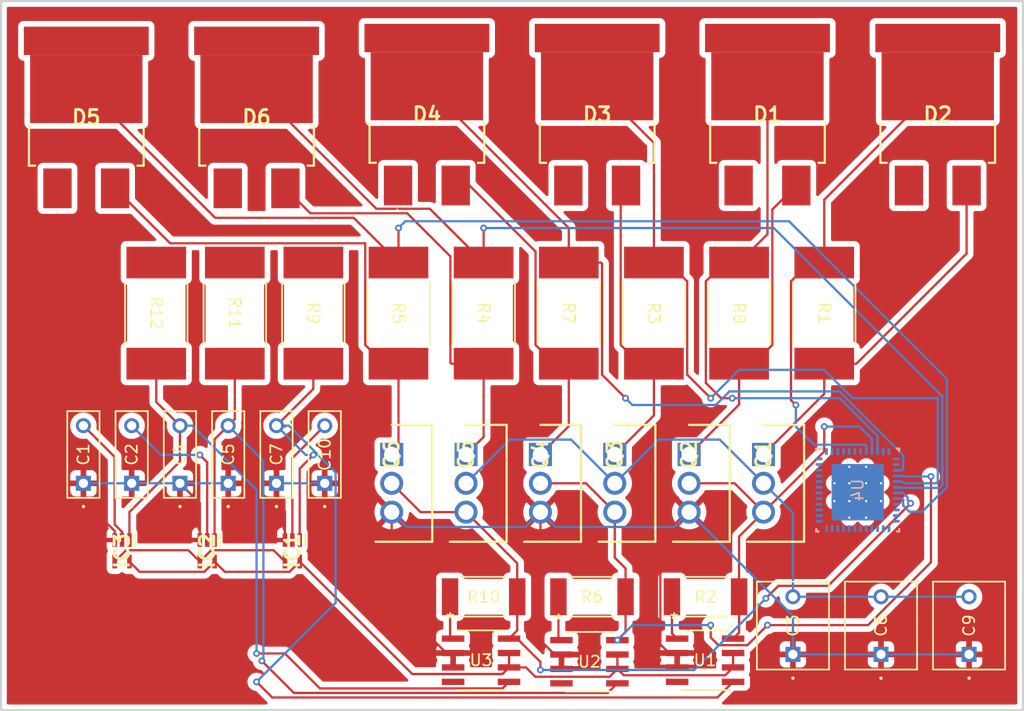
<source format=kicad_pcb>
(kicad_pcb (version 20240108) (generator "pcbnew") (generator_version "8.0")
  (layers (0 "F.Cu" signal) (31 "B.Cu" signal) (34 "B.Paste" user) (35 "F.Paste" user) (36 "B.SilkS" user "B.Silkscreen") (37 "F.SilkS" user "F.Silkscreen") (38 "B.Mask" user) (39 "F.Mask" user) (44 "Edge.Cuts" user))
  (net 0 "")
  (net 1 "Net-(IC3-B)")
  (net 2 "GND")
  (net 3 "Net-(IC2-B)")
  (net 4 "/ATV Motor Driver/Supply")
  (net 5 "Net-(IC1-B)")
  (net 7 "/ATV Motor Driver/GL_A")
  (net 8 "Net-(D1-A)")
  (net 11 "/ATV Motor Driver/GH_A")
  (net 13 "Net-(D2-A)")
  (net 15 "/ATV Motor Driver/GH_B")
  (net 16 "Net-(D3-A)")
  (net 20 "Net-(D4-A)")
  (net 21 "/ATV Motor Driver/GL_B")
  (net 24 "Net-(D5-A)")
  (net 25 "/ATV Motor Driver/GL_C")
  (net 28 "/ATV Motor Driver/GH_C")
  (net 29 "Net-(D6-A)")
  (net 30 "/ATV Motor Driver/VCC")
  (net 31 "/ATV Motor Driver/CURRENT_FILTER")
  (net 32 "/ATV Motor Driver/SH_A")
  (net 33 "/ATV Motor Driver/SH_B")
  (net 34 "/ATV Motor Driver/SH_C")
  (net 35 "/ATV Motor Driver/CURRENT_A")
  (net 36 "/ATV Motor Driver/PH_A")
  (net 37 "/ATV Motor Driver/CURRENT_B")
  (net 38 "/ATV Motor Driver/PH_B")
  (net 39 "/ATV Motor Driver/CURRENT_C")
  (net 40 "/ATV Motor Driver/PH_C")
  (net 41 "/ATV Motor Driver/SW1")
  (net 44 "/ATV Motor Driver/SW2")
  (net 45 "/ATV Motor Driver/SW3")
  (net 47 "/DRV8350rhrgzr/INHA")
  (net 51 "/DRV8350rhrgzr/INHB")
  (net 54 "/DRV8350rhrgzr/INLA")
  (net 55 "/DRV8350rhrgzr/INHC")
  (net 56 "/DRV8350rhrgzr/INLB")
  (net 77 "/DRV8350rhrgzr/INLC")
  (net 83 "Net-(U1-VREF1)")
  (net 84 "Net-(U2-VREF1)")
  (net 85 "Net-(U3-VREF1)")
  (footprint "ATV_Footprint:CAP_R82E-7P4X2P6-5P0_KEM" (layer "F.Cu") (at 71.4976 77.5 90)
    (property "Reference" "C2")
    (property "Value" "R82EC2150AA50K")
  )
  (footprint "ATV_Footprint:RES_3550_TEC" (layer "F.Cu") (at 110 62.5 -90)
    (property "Reference" "R7")
    (property "Value" "35501K0JT")
  )
  (footprint "ATV_Footprint:CAP_R82E-7P4X2P6-5P0_KEM" (layer "F.Cu") (at 84.2512 77.5 90)
    (property "Reference" "C7")
    (property "Value" "R82EC1100AA50J")
  )
  (footprint "ATV_Footprint:SOT65P210X110-5N" (layer "F.Cu") (at 78.15 83.45 -90)
    (property "Reference" "IC2")
    (property "Value" "SN74LVC1G66DCKR" (hide yes))
  )
  (footprint "ATV_Footprint:TO254P500X1010X2050-3P" (layer "F.Cu") (at 100.95 74.96 -90)
    (property "Reference" "Q5")
    (property "Value" "R6020ENXC7G" (hide yes))
  )
  (footprint "ATV_Footprint:CAP_R82E-7P4X2P6-5P0_KEM" (layer "F.Cu") (at 75.7488 77.5 90)
    (property "Reference" "C4")
    (property "Value" "R82EC1100AA50J")
  )
  (footprint "ATV_Footprint:SOT65P210X110-5N" (layer "F.Cu") (at 85.65 83.45 -90)
    (property "Reference" "IC1")
    (property "Value" "SN74LVC1G66DCKR" (hide yes))
  )
  (footprint "ATV_Footprint:YQ30NL10SEFHTL" (layer "F.Cu") (at 142.5 44.75)
    (property "Reference" "D2")
    (property "Value" "YQ20NL10SDTL" (hide yes))
  )
  (footprint "ATV_Footprint:CAP_R82E-7P5X6P1-5P0_KEM" (layer "F.Cu") (at 137.5 92.58 90)
    (property "Reference" "C6")
    (property "Value" "R82EC4100DQ70J")
  )
  (footprint "ATV_Footprint:RES_3550_TEC" (layer "F.Cu") (at 80.5818 62.5 -90)
    (property "Reference" "R11")
    (property "Value" "35501K0JT")
  )
  (footprint "ATV_Footprint:RES_VMS-R500-1.0-U_IAT" (layer "F.Cu") (at 112.0433 87.5)
    (property "Reference" "R6")
    (property "Value" "VMS-R500-1.0-U")
  )
  (footprint "ATV_Footprint:RES_3550_TEC" (layer "F.Cu") (at 95 62.5 -90)
    (property "Reference" "R5")
    (property "Value" "35501K0JT")
  )
  (footprint "ATV_Footprint:CAP_R82E-7P5X6P1-5P0_KEM" (layer "F.Cu") (at 129.7436 92.58 90)
    (property "Reference" "C3")
    (property "Value" "R82EC4100DQ70J")
  )
  (footprint "ATV_Footprint:TO254P500X1010X2050-3P" (layer "F.Cu") (at 107.5 74.96 -90)
    (property "Reference" "Q4")
    (property "Value" "R6020ENXC7G" (hide yes))
  )
  (footprint "ATV_Footprint:CAP_R82E-7P4X2P6-5P0_KEM" (layer "F.Cu") (at 80 77.5 90)
    (property "Reference" "C5")
    (property "Value" "R82EC1100AA50J")
  )
  (footprint "ATV_Footprint:YQ30NL10SEFHTL" (layer "F.Cu") (at 82.5 45)
    (property "Reference" "D6")
    (property "Value" "YQ20NL10SDTL" (hide yes))
  )
  (footprint "ATV_Footprint:RES_3550_TEC" (layer "F.Cu") (at 125 62.5 -90)
    (property "Reference" "R8")
    (property "Value" "35501K0JT")
  )
  (footprint "ATV_Footprint:TO254P500X1010X2050-3P" (layer "F.Cu") (at 94.4 74.96 -90)
    (property "Reference" "Q6")
    (property "Value" "R6020ENXC7G" (hide yes))
  )
  (footprint "ATV_Footprint:YQ30NL10SEFHTL" (layer "F.Cu") (at 112.5 44.75)
    (property "Reference" "D3")
    (property "Value" "YQ20NL10SDTL" (hide yes))
  )
  (footprint "ATV_Footprint:RES_VMS-R500-1.0-U_IAT" (layer "F.Cu") (at 122.0433 87.5)
    (property "Reference" "R2")
    (property "Value" "VMS-R500-1.0-U")
  )
  (footprint "ATV_Footprint:CAP_R82E-7P4X2P6-5P0_KEM" (layer "F.Cu") (at 67.2464 77.5 90)
    (property "Reference" "C1")
    (property "Value" "R82EC2150AA50K")
  )
  (footprint "ATV_Footprint:R_8_ADI" (layer "F.Cu") (at 111.8171 93.2273)
    (property "Reference" "U2")
    (property "Value" "AD8418WBRZ")
  )
  (footprint "ATV_Footprint:CAP_R82E-7P5X6P1-5P0_KEM" (layer "F.Cu") (at 145.2564 92.58 90)
    (property "Reference" "C9")
    (property "Value" "R82EC4100DQ70J")
  )
  (footprint "ATV_Footprint:TO254P500X1010X2050-3P" (layer "F.Cu") (at 114.05 74.96 -90)
    (property "Reference" "Q3")
    (property "Value" "R6020ENXC7G" (hide yes))
  )
  (footprint "ATV_Footprint:SOT65P210X110-5N" (layer "F.Cu") (at 70.65 83.45 -90)
    (property "Reference" "IC3")
    (property "Value" "SN74LVC1G66DCKR" (hide yes))
  )
  (footprint "ATV_Footprint:YQ30NL10SEFHTL" (layer "F.Cu") (at 97.5 44.75)
    (property "Reference" "D4")
    (property "Value" "YQ20NL10SDTL" (hide yes))
  )
  (footprint "ATV_Footprint:RES_3550_TEC" (layer "F.Cu") (at 87.5 62.5 -90)
    (property "Reference" "R9")
    (property "Value" "35501K0JT")
  )
  (footprint "ATV_Footprint:RES_3550_TEC" (layer "F.Cu") (at 73.6636 62.5 -90)
    (property "Reference" "R12")
    (property "Value" "35501K0JT")
  )
  (footprint "ATV_Footprint:CAP_R82E-7P4X2P6-5P0_KEM" (layer "F.Cu") (at 88.5024 77.5 90)
    (property "Reference" "C10")
    (property "Value" "R82EC2150AA50K")
  )
  (footprint "ATV_Footprint:RES_3550_TEC" (layer "F.Cu") (at 132.5 62.5 -90)
    (property "Reference" "R1")
    (property "Value" "35501K0JT")
  )
  (footprint "ATV_Footprint:YQ30NL10SEFHTL" (layer "F.Cu") (at 127.5 44.75)
    (property "Reference" "D1")
    (property "Value" "YQ20NL10SDTL" (hide yes))
  )
  (footprint "ATV_Footprint:RES_3550_TEC" (layer "F.Cu") (at 102.5 62.5 -90)
    (property "Reference" "R4")
    (property "Value" "35501K0JT")
  )
  (footprint "ATV_Footprint:R_8_ADI" (layer "F.Cu") (at 102.2738 93.095)
    (property "Reference" "U3")
    (property "Value" "AD8418WBRZ")
  )
  (footprint "ATV_Footprint:RES_VMS-R500-1.0-U_IAT" (layer "F.Cu") (at 102.5 87.5)
    (property "Reference" "R10")
    (property "Value" "VMS-R500-1.0-U")
  )
  (footprint "ATV_Footprint:TO254P500X1010X2050-3P" (layer "F.Cu") (at 120.6 74.96 -90)
    (property "Reference" "Q2")
    (property "Value" "R6020ENXC7G" (hide yes))
  )
  (footprint "ATV_Footprint:TO254P500X1010X2050-3P" (layer "F.Cu") (at 127.15 74.96 -90)
    (property "Reference" "Q1")
    (property "Value" "R6020ENXC7G" (hide yes))
  )
  (footprint "ATV_Footprint:R_8_ADI" (layer "F.Cu") (at 122.0071 93.095)
    (property "Reference" "U1")
    (property "Value" "AD8418WBRZ")
  )
  (footprint "ATV_Footprint:RES_3550_TEC" (layer "F.Cu") (at 117.5 62.5 -90)
    (property "Reference" "R3")
    (property "Value" "35501K0JT")
  )
  (footprint "ATV_Footprint:YQ30NL10SEFHTL" (layer "F.Cu") (at 67.5 45)
    (property "Reference" "D5")
    (property "Value" "YQ20NL10SDTL" (hide yes))
  )
  (footprint "ATV_Footprint:RGZ0048L" (layer "B.Cu") (at 135.449999 78.096999 -90)
    (property "Reference" "U4")
    (property "Value" "DRV8350RHRGZR")
  )
  (gr_rect (start 60 35) (end 150 97.5) (stroke (width 0.2)) (fill none) (layer "Edge.Cuts"))
  (segment (start 70 81.134314) (end 70 75.1736) (width 0.2) (layer "F.Cu") (net 1))
  (segment (start 70.65 82.5) (end 70.65 81.784314) (width 0.2) (layer "F.Cu") (net 1))
  (segment (start 70.65 81.784314) (end 70 81.134314) (width 0.2) (layer "F.Cu") (net 1))
  (segment (start 70 75.1736) (end 67.2464 72.42) (width 0.2) (layer "F.Cu") (net 1))
  (segment (start 118.0627 82.5773) (end 118.0627 91.6906) (width 0.2) (layer "F.Cu") (net 2))
  (segment (start 70 81.7) (end 67.2464 78.9464) (width 0.2) (layer "F.Cu") (net 2))
  (segment (start 107.5 80.04) (end 107.5 91.339) (width 0.2) (layer "F.Cu") (net 2))
  (segment (start 119.5433 92.46) (end 119.5433 93.73) (width 0.2) (layer "F.Cu") (net 2))
  (segment (start 94.4 80.04) (end 94.4 87.65) (width 0.2) (layer "F.Cu") (net 2))
  (segment (start 84.2512 79.2512) (end 84.2512 77.5) (width 0.2) (layer "F.Cu") (net 2))
  (segment (start 118.0627 91.6906) (end 118.8321 92.46) (width 0.2) (layer "F.Cu") (net 2))
  (segment (start 70 82.5) (end 70 81.7) (width 0.2) (layer "F.Cu") (net 2))
  (segment (start 77.5 82.5) (end 77.5 79.2512) (width 0.2) (layer "F.Cu") (net 2))
  (segment (start 94.4 87.65) (end 99.21 92.46) (width 0.2) (layer "F.Cu") (net 2))
  (segment (start 67.2464 78.9464) (end 67.2464 77.5) (width 0.2) (layer "F.Cu") (net 2))
  (segment (start 85 82.5) (end 85 80) (width 0.2) (layer "F.Cu") (net 2))
  (segment (start 99.21 92.46) (end 99.81 92.46) (width 0.2) (layer "F.Cu") (net 2))
  (segment (start 118.8321 92.46) (end 119.5433 92.46) (width 0.2) (layer "F.Cu") (net 2))
  (segment (start 109.3533 92.5923) (end 109.3533 93.8623) (width 0.2) (layer "F.Cu") (net 2))
  (segment (start 91.86 77.5) (end 94.4 80.04) (width 0.2) (layer "F.Cu") (net 2))
  (segment (start 77.5 79.2512) (end 75.7488 77.5) (width 0.2) (layer "F.Cu") (net 2))
  (segment (start 84.2512 77.5) (end 80 77.5) (width 0.2) (layer "F.Cu") (net 2))
  (segment (start 108.7533 92.5923) (end 109.3533 92.5923) (width 0.2) (layer "F.Cu") (net 2))
  (segment (start 99.81 92.46) (end 99.81 93.73) (width 0.2) (layer "F.Cu") (net 2))
  (segment (start 88.5024 77.5) (end 91.86 77.5) (width 0.2) (layer "F.Cu") (net 2))
  (segment (start 85 80) (end 84.2512 79.2512) (width 0.2) (layer "F.Cu") (net 2))
  (segment (start 120.6 80.04) (end 118.0627 82.5773) (width 0.2) (layer "F.Cu") (net 2))
  (segment (start 107.5 91.339) (end 108.7533 92.5923) (width 0.2) (layer "F.Cu") (net 2))
  (segment (start 106.1875 81.3525) (end 107.5 80.04) (width 0.2) (layer "B.Cu") (net 2))
  (segment (start 129.7436 92.58) (end 129.7436 89.1836) (width 0.2) (layer "B.Cu") (net 2))
  (segment (start 75.7488 77.5) (end 71.4976 77.5) (width 0.2) (layer "B.Cu") (net 2))
  (segment (start 88.5024 77.5) (end 84.2512 77.5) (width 0.2) (layer "B.Cu") (net 2))
  (segment (start 95.7125 81.3525) (end 106.1875 81.3525) (width 0.2) (layer "B.Cu") (net 2))
  (segment (start 137.5 92.58) (end 145.2564 92.58) (width 0.2) (layer "B.Cu") (net 2))
  (segment (start 107.5 80.04) (end 108.8125 81.3525) (width 0.2) (layer "B.Cu") (net 2))
  (segment (start 129.7436 89.1836) (end 120.6 80.04) (width 0.2) (layer "B.Cu") (net 2))
  (segment (start 108.8125 81.3525) (end 119.2875 81.3525) (width 0.2) (layer "B.Cu") (net 2))
  (segment (start 75.7488 77.5) (end 80 77.5) (width 0.2) (layer "B.Cu") (net 2))
  (segment (start 129.7436 92.58) (end 137.5 92.58) (width 0.2) (layer "B.Cu") (net 2))
  (segment (start 119.2875 81.3525) (end 120.6 80.04) (width 0.2) (layer "B.Cu") (net 2))
  (segment (start 94.4 80.04) (end 95.7125 81.3525) (width 0.2) (layer "B.Cu") (net 2))
  (segment (start 67.2464 77.5) (end 71.4976 77.5) (width 0.2) (layer "B.Cu") (net 2))
  (segment (start 78.15 82.5) (end 78.15 75.65) (width 0.2) (layer "F.Cu") (net 3))
  (segment (start 78.15 75.65) (end 77.5 75) (width 0.2) (layer "F.Cu") (net 3))
  (via (at 77.5 75) (size 0.6) (drill 0.3) (layers "F.Cu" "B.Cu") (net 3))
  (segment (start 74.0776 75) (end 71.4976 72.42) (width 0.2) (layer "B.Cu") (net 3))
  (segment (start 77.5 75) (end 74.0776 75) (width 0.2) (layer "B.Cu") (net 3))
  (segment (start 129.7436 80.0936) (end 127.15 77.5) (width 0.2) (layer "B.Cu") (net 4))
  (segment (start 110.1975 73.6475) (end 104.8025 73.6475) (width 0.2) (layer "B.Cu") (net 4))
  (segment (start 137.5 87.5) (end 145.2564 87.5) (width 0.2) (layer "B.Cu") (net 4))
  (segment (start 104.8025 73.6475) (end 100.95 77.5) (width 0.2) (layer "B.Cu") (net 4))
  (segment (start 137.5 87.5) (end 129.7436 87.5) (width 0.2) (layer "B.Cu") (net 4))
  (segment (start 117.9025 73.6475) (end 114.05 77.5) (width 0.2) (layer "B.Cu") (net 4))
  (segment (start 129.7436 87.5) (end 129.7436 80.0936) (width 0.2) (layer "B.Cu") (net 4))
  (segment (start 123.2975 73.6475) (end 117.9025 73.6475) (width 0.2) (layer "B.Cu") (net 4))
  (segment (start 127.15 77.5) (end 123.2975 73.6475) (width 0.2) (layer "B.Cu") (net 4))
  (segment (start 114.05 77.5) (end 110.1975 73.6475) (width 0.2) (layer "B.Cu") (net 4))
  (segment (start 85.65 75.2724) (end 88.5024 72.42) (width 0.2) (layer "F.Cu") (net 5))
  (segment (start 85.65 82.5) (end 85.65 75.2724) (width 0.2) (layer "F.Cu") (net 5))
  (segment (start 122.0711 68.6547) (end 123.4164 70) (width 0.2) (layer "F.Cu") (net 7))
  (segment (start 125 58.0423) (end 123.728278 58.0423) (width 0.2) (layer "F.Cu") (net 7))
  (segment (start 122.0711 59.699478) (end 122.0711 68.6547) (width 0.2) (layer "F.Cu") (net 7))
  (segment (start 123.728278 58.0423) (end 122.0711 59.699478) (width 0.2) (layer "F.Cu") (net 7))
  (segment (start 127.5 55.5423) (end 125 58.0423) (width 0.2) (layer "F.Cu") (net 7))
  (segment (start 123.4164 70) (end 124.4 70) (width 0.2) (layer "F.Cu") (net 7))
  (segment (start 127.5 42.5) (end 127.5 55.5423) (width 0.2) (layer "F.Cu") (net 7))
  (via (at 124.4 70) (size 0.6) (drill 0.3) (layers "F.Cu" "B.Cu") (net 7))
  (segment (start 137.200001 73.331372) (end 137.200001 74.696998) (width 0.2) (layer "B.Cu") (net 7))
  (segment (start 124.4 70) (end 133.868629 70) (width 0.2) (layer "B.Cu") (net 7))
  (segment (start 133.868629 70) (end 137.200001 73.331372) (width 0.2) (layer "B.Cu") (net 7))
  (segment (start 125 66.9577) (end 126.271722 66.9577) (width 0.2) (layer "F.Cu") (net 8))
  (segment (start 127.9289 65.300522) (end 127.9289 53.3611) (width 0.2) (layer "F.Cu") (net 8))
  (segment (start 125 70.56) (end 120.6 74.96) (width 0.2) (layer "F.Cu") (net 8))
  (segment (start 125 66.9577) (end 125 70.56) (width 0.2) (layer "F.Cu") (net 8))
  (segment (start 126.271722 66.9577) (end 127.9289 65.300522) (width 0.2) (layer "F.Cu") (net 8))
  (segment (start 127.9289 53.3611) (end 130.04 51.25) (width 0.2) (layer "F.Cu") (net 8))
  (segment (start 130 70.6) (end 129.5711 70.1711) (width 0.2) (layer "F.Cu") (net 11))
  (segment (start 142.5 42.5) (end 132.5 52.5) (width 0.2) (layer "F.Cu") (net 11))
  (segment (start 129.5711 70.1711) (end 129.5711 59.699478) (width 0.2) (layer "F.Cu") (net 11))
  (segment (start 129.5711 59.699478) (end 131.228278 58.0423) (width 0.2) (layer "F.Cu") (net 11))
  (segment (start 132.5 52.5) (end 132.5 58.0423) (width 0.2) (layer "F.Cu") (net 11))
  (segment (start 131.228278 58.0423) (end 132.5 58.0423) (width 0.2) (layer "F.Cu") (net 11))
  (via (at 130 70.6) (size 0.6) (drill 0.3) (layers "F.Cu" "B.Cu") (net 11))
  (segment (start 130 72.5) (end 130 70.6) (width 0.2) (layer "B.Cu") (net 11))
  (segment (start 136.2 74.696998) (end 136.2 74.177) (width 0.2) (layer "B.Cu") (net 11))
  (segment (start 136.119999 74.096999) (end 131.596999 74.096999) (width 0.2) (layer "B.Cu") (net 11))
  (segment (start 136.2 74.177) (end 136.119999 74.096999) (width 0.2) (layer "B.Cu") (net 11))
  (segment (start 131.596999 74.096999) (end 130 72.5) (width 0.2) (layer "B.Cu") (net 11))
  (segment (start 132.5 66.9577) (end 132.5 69.61) (width 0.2) (layer "F.Cu") (net 13))
  (segment (start 135.3289 66.9577) (end 132.5 66.9577) (width 0.2) (layer "F.Cu") (net 13))
  (segment (start 145.04 51.25) (end 145.04 57.2466) (width 0.2) (layer "F.Cu") (net 13))
  (segment (start 145.04 57.2466) (end 135.3289 66.9577) (width 0.2) (layer "F.Cu") (net 13))
  (segment (start 132.5 69.61) (end 127.15 74.96) (width 0.2) (layer "F.Cu") (net 13))
  (segment (start 117.5 47.5) (end 112.5 42.5) (width 0.2) (layer "F.Cu") (net 15))
  (segment (start 120.4289 67.9289) (end 122.5 70) (width 0.2) (layer "F.Cu") (net 15))
  (segment (start 120.4289 59.699478) (end 120.4289 67.9289) (width 0.2) (layer "F.Cu") (net 15))
  (segment (start 117.5 58.0423) (end 118.771722 58.0423) (width 0.2) (layer "F.Cu") (net 15))
  (segment (start 118.771722 58.0423) (end 120.4289 59.699478) (width 0.2) (layer "F.Cu") (net 15))
  (segment (start 117.5 58.0423) (end 117.5 47.5) (width 0.2) (layer "F.Cu") (net 15))
  (via (at 122.5 70) (size 0.6) (drill 0.3) (layers "F.Cu" "B.Cu") (net 15))
  (segment (start 142.5 70) (end 142.5 77.5) (width 0.2) (layer "B.Cu") (net 15))
  (segment (start 125 67.5) (end 132.5 67.5) (width 0.2) (layer "B.Cu") (net 15))
  (segment (start 139.522996 77.5) (end 139.369997 77.347001) (width 0.2) (layer "B.Cu") (net 15))
  (segment (start 122.5 70) (end 125 67.5) (width 0.2) (layer "B.Cu") (net 15))
  (segment (start 135 70) (end 142.5 70) (width 0.2) (layer "B.Cu") (net 15))
  (segment (start 139.369997 77.347001) (end 138.85 77.347001) (width 0.2) (layer "B.Cu") (net 15))
  (segment (start 142.5 77.5) (end 139.522996 77.5) (width 0.2) (layer "B.Cu") (net 15))
  (segment (start 132.5 67.5) (end 135 70) (width 0.2) (layer "B.Cu") (net 15))
  (segment (start 115.04 51.25) (end 114.5711 51.7189) (width 0.2) (layer "F.Cu") (net 16))
  (segment (start 117.5 66.9577) (end 117.5 71.51) (width 0.2) (layer "F.Cu") (net 16))
  (segment (start 116.228278 66.9577) (end 117.5 66.9577) (width 0.2) (layer "F.Cu") (net 16))
  (segment (start 114.5711 51.7189) (end 114.5711 65.300522) (width 0.2) (layer "F.Cu") (net 16))
  (segment (start 117.5 71.51) (end 114.05 74.96) (width 0.2) (layer "F.Cu") (net 16))
  (segment (start 114.5711 65.300522) (end 116.228278 66.9577) (width 0.2) (layer "F.Cu") (net 16))
  (segment (start 110 72.46) (end 107.5 74.96) (width 0.2) (layer "F.Cu") (net 20))
  (segment (start 110 66.9577) (end 108.728278 66.9577) (width 0.2) (layer "F.Cu") (net 20))
  (segment (start 107.0711 57.0711) (end 101.25 51.25) (width 0.2) (layer "F.Cu") (net 20))
  (segment (start 108.728278 66.9577) (end 107.0711 65.300522) (width 0.2) (layer "F.Cu") (net 20))
  (segment (start 110 66.9577) (end 110 72.46) (width 0.2) (layer "F.Cu") (net 20))
  (segment (start 107.0711 65.300522) (end 107.0711 57.0711) (width 0.2) (layer "F.Cu") (net 20))
  (segment (start 101.25 51.25) (end 100.04 51.25) (width 0.2) (layer "F.Cu") (net 20))
  (segment (start 110 55) (end 110 58.0423) (width 0.2) (layer "F.Cu") (net 21))
  (segment (start 112.8289 58.0423) (end 110 58.0423) (width 0.2) (layer "F.Cu") (net 21))
  (segment (start 112.9289 67.9289) (end 112.9289 58.1423) (width 0.2) (layer "F.Cu") (net 21))
  (segment (start 115 70) (end 112.9289 67.9289) (width 0.2) (layer "F.Cu") (net 21))
  (segment (start 112.9289 58.1423) (end 112.8289 58.0423) (width 0.2) (layer "F.Cu") (net 21))
  (segment (start 97.5 42.5) (end 110 55) (width 0.2) (layer "F.Cu") (net 21))
  (via (at 115 70) (size 0.6) (drill 0.3) (layers "F.Cu" "B.Cu") (net 21))
  (segment (start 124.151471 69.4) (end 122.951471 70.6) (width 0.2) (layer "B.Cu") (net 21))
  (segment (start 133.834315 69.4) (end 124.151471 69.4) (width 0.2) (layer "B.Cu") (net 21))
  (segment (start 115.6 70.6) (end 115 70) (width 0.2) (layer "B.Cu") (net 21))
  (segment (start 122.951471 70.6) (end 115.6 70.6) (width 0.2) (layer "B.Cu") (net 21))
  (segment (start 139.449999 76.266998) (end 139.449999 75.015684) (width 0.2) (layer "B.Cu") (net 21))
  (segment (start 138.85 76.347) (end 139.369997 76.347) (width 0.2) (layer "B.Cu") (net 21))
  (segment (start 139.369997 76.347) (end 139.449999 76.266998) (width 0.2) (layer "B.Cu") (net 21))
  (segment (start 139.449999 75.015684) (end 133.834315 69.4) (width 0.2) (layer "B.Cu") (net 21))
  (segment (start 95 74.36) (end 94.4 74.96) (width 0.2) (layer "F.Cu") (net 24))
  (segment (start 95 66.9577) (end 95 74.36) (width 0.2) (layer "F.Cu") (net 24))
  (segment (start 92.0711 56.3453) (end 92.0711 65.300522) (width 0.2) (layer "F.Cu") (net 24))
  (segment (start 74.8853 56.3453) (end 92.0711 56.3453) (width 0.2) (layer "F.Cu") (net 24))
  (segment (start 92.0711 65.300522) (end 93.728278 66.9577) (width 0.2) (layer "F.Cu") (net 24))
  (segment (start 70.04 51.5) (end 74.8853 56.3453) (width 0.2) (layer "F.Cu") (net 24))
  (segment (start 93.728278 66.9577) (end 95 66.9577) (width 0.2) (layer "F.Cu") (net 24))
  (segment (start 91.0577 54.1) (end 78.85 54.1) (width 0.2) (layer "F.Cu") (net 25))
  (segment (start 95 58.0423) (end 95 55) (width 0.2) (layer "F.Cu") (net 25))
  (segment (start 95 58.0423) (end 91.0577 54.1) (width 0.2) (layer "F.Cu") (net 25))
  (segment (start 78.85 54.1) (end 67.5 42.75) (width 0.2) (layer "F.Cu") (net 25))
  (via (at 95 55) (size 0.6) (drill 0.3) (layers "F.Cu" "B.Cu") (net 25))
  (segment (start 143.3 68.3) (end 143.3 77.831371) (width 0.2) (layer "B.Cu") (net 25))
  (segment (start 95 55) (end 95.6 54.4) (width 0.2) (layer "B.Cu") (net 25))
  (segment (start 143.3 77.831371) (end 141.131371 80) (width 0.2) (layer "B.Cu") (net 25))
  (segment (start 141.131371 80) (end 140 80) (width 0.2) (layer "B.Cu") (net 25))
  (segment (start 140 80) (end 139.449999 79.449999) (width 0.2) (layer "B.Cu") (net 25))
  (segment (start 139.37 78.847) (end 138.85 78.847) (width 0.2) (layer "B.Cu") (net 25))
  (segment (start 129.4 54.4) (end 143.3 68.3) (width 0.2) (layer "B.Cu") (net 25))
  (segment (start 95.6 54.4) (end 129.4 54.4) (width 0.2) (layer "B.Cu") (net 25))
  (segment (start 139.449999 78.926999) (end 139.37 78.847) (width 0.2) (layer "B.Cu") (net 25))
  (segment (start 139.449999 79.449999) (end 139.449999 78.926999) (width 0.2) (layer "B.Cu") (net 25))
  (segment (start 97.7577 53.3) (end 93.05 53.3) (width 0.2) (layer "F.Cu") (net 28))
  (segment (start 102.5 58.0423) (end 97.7577 53.3) (width 0.2) (layer "F.Cu") (net 28))
  (segment (start 102.5 58.0423) (end 102.5 55) (width 0.2) (layer "F.Cu") (net 28))
  (segment (start 93.05 53.3) (end 82.5 42.75) (width 0.2) (layer "F.Cu") (net 28))
  (via (at 102.5 55) (size 0.6) (drill 0.3) (layers "F.Cu" "B.Cu") (net 28))
  (segment (start 142.9 69.834315) (end 142.9 77.665685) (width 0.2) (layer "B.Cu") (net 28))
  (segment (start 142.665685 77.9) (end 138.903001 77.9) (width 0.2) (layer "B.Cu") (net 28))
  (segment (start 142.9 77.665685) (end 142.665685 77.9) (width 0.2) (layer "B.Cu") (net 28))
  (segment (start 138.903001 77.9) (end 138.85 77.846999) (width 0.2) (layer "B.Cu") (net 28))
  (segment (start 128.065685 55) (end 142.9 69.834315) (width 0.2) (layer "B.Cu") (net 28))
  (segment (start 102.5 55) (end 128.065685 55) (width 0.2) (layer "B.Cu") (net 28))
  (segment (start 87.24 53.7) (end 95.7711 53.7) (width 0.2) (layer "F.Cu") (net 29))
  (segment (start 99.6711 66.9577) (end 102.5 66.9577) (width 0.2) (layer "F.Cu") (net 29))
  (segment (start 85.04 51.5) (end 87.24 53.7) (width 0.2) (layer "F.Cu") (net 29))
  (segment (start 102.5 66.9577) (end 102.5 73.41) (width 0.2) (layer "F.Cu") (net 29))
  (segment (start 99.5711 66.8577) (end 99.6711 66.9577) (width 0.2) (layer "F.Cu") (net 29))
  (segment (start 102.5 73.41) (end 100.95 74.96) (width 0.2) (layer "F.Cu") (net 29))
  (segment (start 95.7711 53.7) (end 99.5711 57.5) (width 0.2) (layer "F.Cu") (net 29))
  (segment (start 99.5711 57.5) (end 99.5711 66.8577) (width 0.2) (layer "F.Cu") (net 29))
  (segment (start 77.9 85.3) (end 72.2 85.3) (width 0.2) (layer "F.Cu") (net 30))
  (segment (start 114.2809 93.8623) (end 114.8392 94.4206) (width 0.2) (layer "F.Cu") (net 30))
  (segment (start 106.23 93.73) (end 107.0529 94.5529) (width 0.2) (layer "F.Cu") (net 30))
  (segment (start 113.5903 94.5529) (end 114.2809 93.8623) (width 0.2) (layer "F.Cu") (net 30))
  (segment (start 96.2094 94.3094) (end 86.3 84.4) (width 0.2) (layer "F.Cu") (net 30))
  (segment (start 124.4709 92.46) (end 124.4709 93.73) (width 0.2) (layer "F.Cu") (net 30))
  (segment (start 114.8392 94.4206) (end 123.7803 94.4206) (width 0.2) (layer "F.Cu") (net 30))
  (segment (start 107.0529 94.5529) (end 113.5903 94.5529) (width 0.2) (layer "F.Cu") (net 30))
  (segment (start 104.7376 93.73) (end 104.1582 94.3094) (width 0.2) (layer "F.Cu") (net 30))
  (segment (start 72.2 85.3) (end 71.3 84.4) (width 0.2) (layer "F.Cu") (net 30))
  (segment (start 79.7 85.3) (end 78.8 84.4) (width 0.2) (layer "F.Cu") (net 30))
  (segment (start 114.2809 92.5923) (end 114.2809 93.8623) (width 0.2) (layer "F.Cu") (net 30))
  (segment (start 104.1582 94.3094) (end 96.2094 94.3094) (width 0.2) (layer "F.Cu") (net 30))
  (segment (start 86.3 84.4) (end 85.4 85.3) (width 0.2) (layer "F.Cu") (net 30))
  (segment (start 78.8 84.4) (end 77.9 85.3) (width 0.2) (layer "F.Cu") (net 30))
  (segment (start 85.4 85.3) (end 79.7 85.3) (width 0.2) (layer "F.Cu") (net 30))
  (segment (start 104.7376 92.46) (end 104.7376 93.73) (width 0.2) (layer "F.Cu") (net 30))
  (segment (start 123.7803 94.4206) (end 124.4709 93.73) (width 0.2) (layer "F.Cu") (net 30))
  (segment (start 104.7376 93.73) (end 106.23 93.73) (width 0.2) (layer "F.Cu") (net 30))
  (segment (start 85 84.4) (end 84 83.4) (width 0.2) (layer "F.Cu") (net 31))
  (segment (start 71 83.4) (end 70 84.4) (width 0.2) (layer "F.Cu") (net 31))
  (segment (start 78.5 83.4) (end 77.5 84.4) (width 0.2) (layer "F.Cu") (net 31))
  (segment (start 84 83.4) (end 78.5 83.4) (width 0.2) (layer "F.Cu") (net 31))
  (segment (start 77.5 84.4) (end 76.5 83.4) (width 0.2) (layer "F.Cu") (net 31))
  (segment (start 76.5 83.4) (end 71 83.4) (width 0.2) (layer "F.Cu") (net 31))
  (segment (start 120.6 77.5) (end 124.61 77.5) (width 0.2) (layer "F.Cu") (net 32))
  (segment (start 132.5 74.69) (end 127.15 80.04) (width 0.2) (layer "F.Cu") (net 32))
  (segment (start 125 87.5) (end 125 82.19) (width 0.2) (layer "F.Cu") (net 32))
  (segment (start 132.5 72.5) (end 132.5 74.69) (width 0.2) (layer "F.Cu") (net 32))
  (segment (start 125 87.5) (end 125 90.6609) (width 0.2) (layer "F.Cu") (net 32))
  (segment (start 125 90.6609) (end 124.4709 91.19) (width 0.2) (layer "F.Cu") (net 32))
  (segment (start 125 82.19) (end 127.15 80.04) (width 0.2) (layer "F.Cu") (net 32))
  (segment (start 124.61 77.5) (end 127.15 80.04) (width 0.2) (layer "F.Cu") (net 32))
  (via (at 132.5 72.5) (size 0.6) (drill 0.3) (layers "F.Cu" "B.Cu") (net 32))
  (segment (start 135.602939 72.5) (end 132.5 72.5) (width 0.2) (layer "B.Cu") (net 32))
  (segment (start 136.699999 74.696998) (end 136.699999 73.59706) (width 0.2) (layer "B.Cu") (net 32))
  (segment (start 136.699999 73.59706) (end 135.602939 72.5) (width 0.2) (layer "B.Cu") (net 32))
  (segment (start 111.51 77.5) (end 107.5 77.5) (width 0.2) (layer "F.Cu") (net 33))
  (segment (start 115 85) (end 114.05 84.05) (width 0.2) (layer "F.Cu") (net 33))
  (segment (start 141.9 84.458211) (end 136.358211 90) (width 0.2) (layer "F.Cu") (net 33))
  (segment (start 114.05 80.04) (end 111.51 77.5) (width 0.2) (layer "F.Cu") (net 33))
  (segment (start 115 87.5) (end 115 90.6032) (width 0.2) (layer "F.Cu") (net 33))
  (segment (start 136.358211 90) (end 127.5 90) (width 0.2) (layer "F.Cu") (net 33))
  (segment (start 115 90.6032) (end 114.2809 91.3223) (width 0.2) (layer "F.Cu") (net 33))
  (segment (start 141.9 76.9) (end 141.9 84.458211) (width 0.2) (layer "F.Cu") (net 33))
  (segment (start 114.05 84.05) (end 114.05 80.04) (width 0.2) (layer "F.Cu") (net 33))
  (segment (start 123.1803 91.7694) (end 122.5 91.0891) (width 0.2) (layer "F.Cu") (net 33))
  (segment (start 122.5 91.0891) (end 122.5 90) (width 0.2) (layer "F.Cu") (net 33))
  (segment (start 125.7306 91.7694) (end 123.1803 91.7694) (width 0.2) (layer "F.Cu") (net 33))
  (segment (start 115 87.5) (end 115 85) (width 0.2) (layer "F.Cu") (net 33))
  (segment (start 127.5 90) (end 125.7306 91.7694) (width 0.2) (layer "F.Cu") (net 33))
  (via (at 127.5 90) (size 0.6) (drill 0.3) (layers "F.Cu" "B.Cu") (net 33))
  (via (at 114.2809 91.3223) (size 0.6) (drill 0.3) (layers "F.Cu" "B.Cu") (net 33))
  (via (at 141.9 76.9) (size 0.6) (drill 0.3) (layers "F.Cu" "B.Cu") (net 33))
  (via (at 122.5 90) (size 0.6) (drill 0.3) (layers "F.Cu" "B.Cu") (net 33))
  (segment (start 139.435684 76.846999) (end 139.488685 76.9) (width 0.2) (layer "B.Cu") (net 33))
  (segment (start 139.488685 76.9) (end 141.9 76.9) (width 0.2) (layer "B.Cu") (net 33))
  (segment (start 115.6032 90) (end 114.2809 91.3223) (width 0.2) (layer "B.Cu") (net 33))
  (segment (start 122.5 90) (end 115.6032 90) (width 0.2) (layer "B.Cu") (net 33))
  (segment (start 138.85 76.846999) (end 139.435684 76.846999) (width 0.2) (layer "B.Cu") (net 33))
  (segment (start 105.4567 90.4709) (end 104.7376 91.19) (width 0.2) (layer "F.Cu") (net 34))
  (segment (start 105.4488 91.19) (end 107.500063 93.241263) (width 0.2) (layer "F.Cu") (net 34))
  (segment (start 100.95 80.04) (end 96.94 80.04) (width 0.2) (layer "F.Cu") (net 34))
  (segment (start 128.4604 86.5396) (end 127.355735 87.644265) (width 0.2) (layer "F.Cu") (net 34))
  (segment (start 104.7376 91.19) (end 105.4488 91.19) (width 0.2) (layer "F.Cu") (net 34))
  (segment (start 132.837115 86.5396) (end 128.4604 86.5396) (width 0.2) (layer "F.Cu") (net 34))
  (segment (start 96.94 80.04) (end 94.4 77.5) (width 0.2) (layer "F.Cu") (net 34))
  (segment (start 107.500063 93.241263) (end 107.500063 93.9529) (width 0.2) (layer "F.Cu") (net 34))
  (segment (start 105.4567 84.5467) (end 100.95 80.04) (width 0.2) (layer "F.Cu") (net 34))
  (segment (start 105.4567 87.5) (end 105.4567 90.4709) (width 0.2) (layer "F.Cu") (net 34))
  (segment (start 105.4567 87.5) (end 105.4567 84.5467) (width 0.2) (layer "F.Cu") (net 34))
  (segment (start 140.112622 79.264093) (end 132.837115 86.5396) (width 0.2) (layer "F.Cu") (net 34))
  (via (at 140.112622 79.264093) (size 0.6) (drill 0.3) (layers "F.Cu" "B.Cu") (net 34))
  (via (at 107.500063 93.9529) (size 0.6) (drill 0.3) (layers "F.Cu" "B.Cu") (net 34))
  (via (at 127.355735 87.644265) (size 0.6) (drill 0.3) (layers "F.Cu" "B.Cu") (net 34))
  (segment (start 138.85 78.346999) (end 139.435685 78.346999) (width 0.2) (layer "B.Cu") (net 34))
  (segment (start 121.0471 93.9529) (end 127.355735 87.644265) (width 0.2) (layer "B.Cu") (net 34))
  (segment (start 107.500063 93.9529) (end 121.0471 93.9529) (width 0.2) (layer "B.Cu") (net 34))
  (segment (start 139.849999 79.00147) (end 140.112622 79.264093) (width 0.2) (layer "B.Cu") (net 34))
  (segment (start 139.849999 78.761313) (end 139.849999 79.00147) (width 0.2) (layer "B.Cu") (net 34))
  (segment (start 139.435685 78.346999) (end 139.849999 78.761313) (width 0.2) (layer "B.Cu") (net 34))
  (segment (start 119.0866 87.5) (end 119.0866 90.7333) (width 0.2) (layer "F.Cu") (net 36))
  (segment (start 119.0866 90.7333) (end 119.5433 91.19) (width 0.2) (layer "F.Cu") (net 36))
  (segment (start 109.0866 87.5) (end 109.0866 91.0556) (width 0.2) (layer "F.Cu") (net 38))
  (segment (start 109.0866 91.0556) (end 109.3533 91.3223) (width 0.2) (layer "F.Cu") (net 38))
  (segment (start 99.5433 87.5) (end 99.5433 90.9233) (width 0.2) (layer "F.Cu") (net 40))
  (segment (start 99.5433 90.9233) (end 99.81 91.19) (width 0.2) (layer "F.Cu") (net 40))
  (segment (start 87.5 66.9577) (end 87.5 69.1712) (width 0.2) (layer "F.Cu") (net 41))
  (segment (start 123.0915 96.3794) (end 83.8794 96.3794) (width 0.2) (layer "F.Cu") (net 41))
  (segment (start 87.5 69.1712) (end 84.2512 72.42) (width 0.2) (layer "F.Cu") (net 41))
  (segment (start 84.92 72.42) (end 85 72.5) (width 0.2) (layer "F.Cu") (net 41))
  (segment (start 86.3 82.5) (end 86.3 76.2) (width 0.2) (layer "F.Cu") (net 41))
  (segment (start 83.8794 96.3794) (end 82.5 95) (width 0.2) (layer "F.Cu") (net 41))
  (segment (start 84.2512 72.42) (end 84.92 72.42) (width 0.2) (layer "F.Cu") (net 41))
  (segment (start 124.4709 95) (end 123.0915 96.3794) (width 0.2) (layer "F.Cu") (net 41))
  (segment (start 86.3 76.2) (end 87.5 75) (width 0.2) (layer "F.Cu") (net 41))
  (via (at 87.5 75) (size 0.6) (drill 0.3) (layers "F.Cu" "B.Cu") (net 41))
  (via (at 82.5 95) (size 0.6) (drill 0.3) (layers "F.Cu" "B.Cu") (net 41))
  (segment (start 89.4628 88.0372) (end 89.4628 76.5396) (width 0.2) (layer "B.Cu") (net 41))
  (segment (start 89.4628 76.5396) (end 85.3432 72.42) (width 0.2) (layer "B.Cu") (net 41))
  (segment (start 82.5 95) (end 89.4628 88.0372) (width 0.2) (layer "B.Cu") (net 41))
  (segment (start 85.3432 72.42) (end 84.2512 72.42) (width 0.2) (layer "B.Cu") (net 41))
  (segment (start 87.5 75) (end 86.8312 75) (width 0.2) (layer "B.Cu") (net 41))
  (segment (start 86.8312 75) (end 84.2512 72.42) (width 0.2) (layer "B.Cu") (net 41))
  (segment (start 113.4338 95.9794) (end 85.788082 95.9794) (width 0.2) (layer "F.Cu") (net 44))
  (segment (start 78.8 82.5) (end 78.8 73.62) (width 0.2) (layer "F.Cu") (net 44))
  (segment (start 85.788082 95.9794) (end 82.961882 93.1532) (width 0.2) (layer "F.Cu") (net 44))
  (segment (start 80.5818 66.9577) (end 80.5818 71.8382) (width 0.2) (layer "F.Cu") (net 44))
  (segment (start 78.8 73.62) (end 80 72.42) (width 0.2) (layer "F.Cu") (net 44))
  (segment (start 80.5818 71.8382) (end 80 72.42) (width 0.2) (layer "F.Cu") (net 44))
  (segment (start 114.2809 95.1323) (end 113.4338 95.9794) (width 0.2) (layer "F.Cu") (net 44))
  (via (at 82.961882 93.1532) (size 0.6) (drill 0.3) (layers "F.Cu" "B.Cu") (net 44))
  (segment (start 83.1 75.52) (end 80 72.42) (width 0.2) (layer "B.Cu") (net 44))
  (segment (start 82.961882 93.1532) (end 83.1 93.015082) (width 0.2) (layer "B.Cu") (net 44))
  (segment (start 83.1 93.015082) (end 83.1 75.52) (width 0.2) (layer "B.Cu") (net 44))
  (segment (start 73.6636 66.9577) (end 73.6636 70.3348) (width 0.2) (layer "F.Cu") (net 45))
  (segment (start 75.7488 75.5792) (end 75.7488 72.42) (width 0.2) (layer "F.Cu") (net 45))
  (segment (start 71.3 82.5) (end 71.3 80.028) (width 0.2) (layer "F.Cu") (net 45))
  (segment (start 85 92.5) (end 88.0794 95.5794) (width 0.2) (layer "F.Cu") (net 45))
  (segment (start 71.3 80.028) (end 75.7488 75.5792) (width 0.2) (layer "F.Cu") (net 45))
  (segment (start 73.6636 70.3348) (end 75.7488 72.42) (width 0.2) (layer "F.Cu") (net 45))
  (segment (start 88.0794 95.5794) (end 104.1582 95.5794) (width 0.2) (layer "F.Cu") (net 45))
  (segment (start 82.5 92.5) (end 85 92.5) (width 0.2) (layer "F.Cu") (net 45))
  (segment (start 104.1582 95.5794) (end 104.7376 95) (width 0.2) (layer "F.Cu") (net 45))
  (via (at 82.5 92.5) (size 0.6) (drill 0.3) (layers "F.Cu" "B.Cu") (net 45))
  (segment (start 75.7488 72.42) (end 76.8408 72.42) (width 0.2) (layer "B.Cu") (net 45))
  (segment (start 82.5 78.0792) (end 82.5 92.5) (width 0.2) (layer "B.Cu") (net 45))
  (segment (start 76.8408 72.42) (end 82.5 78.0792) (width 0.2) (layer "B.Cu") (net 45))
  (zone (net 2) (net_name "GND") (layer "F.Cu") (connect_pads (clearance 0.5)) (min_thickness 0.25) (fill yes (thermal_gap 0.5) (thermal_bridge_width 0.5))
    (polygon (pts (xy 150 35) (xy 60 35) (xy 60 97.5) (xy 150 97.5)))
  )
)
</source>
